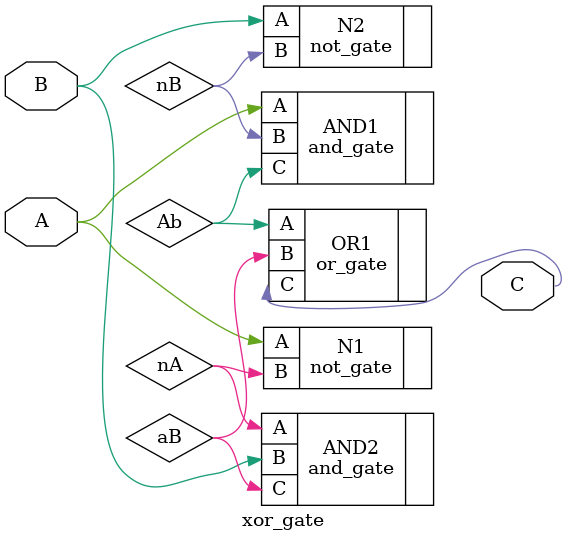
<source format=v>
module xor_gate(
    input  A,
    input  B,
    output C
    );

    wire nA;
    wire nB;
    wire Ab;
    wire aB;

    not_gate N1(.A(A), .B(nA));
    not_gate N2(.A(B), .B(nB));

    and_gate AND1(.A(A),  .B(nB), .C(Ab));
    and_gate AND2(.A(nA), .B(B),  .C(aB));

    or_gate OR1(.A(Ab), .B(aB), .C(C));
endmodule
</source>
